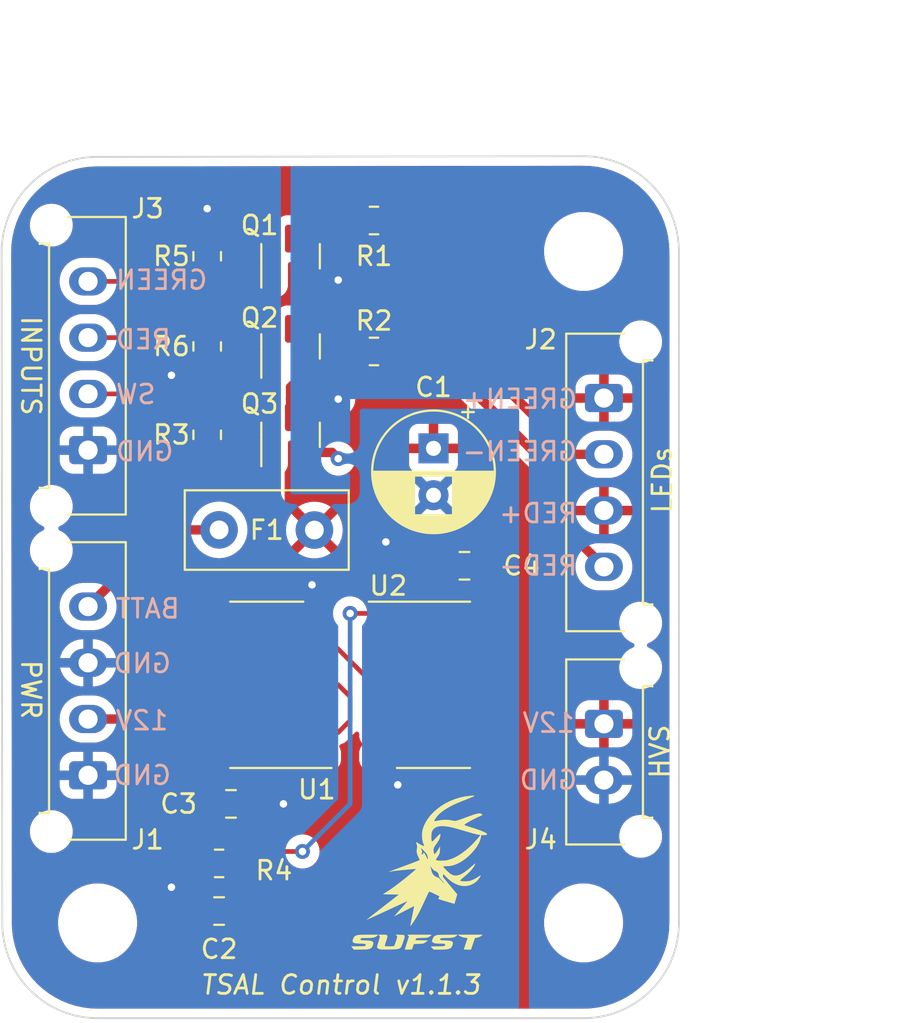
<source format=kicad_pcb>
(kicad_pcb (version 20211014) (generator pcbnew)
  (title_block (title "TSAL Control") (date "2022-12-03") (rev "1.1.3") (company "SUFST") (comment 1 "STAG 9") (comment 2 "Marek Frodyma") (comment 3 "Tim Brewis"))
  (layers (0 "F.Cu" signal) (31 "B.Cu" signal) (34 "B.Paste" user) (35 "F.Paste" user) (36 "B.SilkS" user "B.Silkscreen") (37 "F.SilkS" user "F.Silkscreen") (38 "B.Mask" user) (39 "F.Mask" user) (44 "Edge.Cuts" user))
  (net 0 "")
  (net 1 "+BATT")
  (net 2 "GND")
  (net 3 "Net-(F1-Pad2)")
  (net 4 "+12V")
  (net 5 "Net-(Q1-Pad3)")
  (net 6 "Net-(Q2-Pad3)")
  (net 7 "/NRESET")
  (net 8 "/HVS_RED_ON")
  (net 9 "Net-(C2-Pad1)")
  (net 10 "/HVS_GREEN_ON")
  (net 11 "/SWITCHED_GND")
  (net 12 "/TSAL_ON")
  (net 13 "/GREEN_LED_SWITCHED_GND")
  (net 14 "/RED_LED_SWITCHED_GND")
  (net 15 "Net-(U1-Pad1)")
  (net 16 "Net-(U1-Pad2)")
  (net 17 "Net-(U1-Pad6)")
  (net 18 "Net-(U2-Pad2)")
  (footprint "Resistor_SMD:R_0805_2012Metric_Pad1.20x1.40mm_HandSolder" (layer "F.Cu") (at 97.155 137.795)
    (fp_text reference "R4" (at 2.921 0.381) (layer "F.SilkS"))
    (fp_text value "1K")
    (pad "1" smd roundrect (at -1 0) (size 1.2 1.4) (layers "F.Cu" "F.Paste" "F.Mask") (roundrect_rratio 0.208333) (net 4 "+12V"))
    (pad "2" smd roundrect (at 1 0) (size 1.2 1.4) (layers "F.Cu" "F.Paste" "F.Mask") (roundrect_rratio 0.208333) (net 9 "Net-(C2-Pad1)"))
  )
  (footprint "Connector_Molex:Molex_Micro-Fit_3.0_43650-0415_1x04_P3.00mm_Vertical" (layer "F.Cu") (at 90.17 115.752 90)
    (fp_text reference "J3" (at 12.882 3.175 180) (layer "F.SilkS"))
    (fp_text value "IO")
    (pad "" np_thru_hole circle (at 12 -1.96 90) (size 1.27 1.27) (drill 1.27) (layers *.Cu *.Mask))
    (pad "" np_thru_hole circle (at -3 -1.96 90) (size 1.27 1.27) (drill 1.27) (layers *.Cu *.Mask))
    (pad "1" thru_hole roundrect (at 0 0 90) (size 1.5 2.02) (drill 1.02) (layers *.Cu *.Mask) (roundrect_rratio 0.166667) (net 2 "GND"))
    (pad "2" thru_hole oval (at 3 0 90) (size 1.5 2.02) (drill 1.02) (layers *.Cu *.Mask) (net 7 "/NRESET"))
    (pad "3" thru_hole oval (at 6 0 90) (size 1.5 2.02) (drill 1.02) (layers *.Cu *.Mask) (net 8 "/HVS_RED_ON"))
    (pad "4" thru_hole oval (at 9 0 90) (size 1.5 2.02) (drill 1.02) (layers *.Cu *.Mask) (net 10 "/HVS_GREEN_ON"))
  )
  (footprint "Package_SO:SOIC-14_3.9x8.7mm_P1.27mm" (layer "F.Cu") (at 108.585 128.27)
    (fp_text reference "U2" (at -2.413 -5.28) (layer "F.SilkS"))
    (fp_text value "40106")
    (pad "1" smd roundrect (at -2.475 -3.81) (size 1.95 0.6) (layers "F.Cu" "F.Paste" "F.Mask") (net 9 "Net-(C2-Pad1)"))
    (pad "2" smd roundrect (at -2.475 -2.54) (size 1.95 0.6) (layers "F.Cu" "F.Paste" "F.Mask") (net 18 "Net-(U2-Pad2)"))
    (pad "3" smd roundrect (at -2.475 -1.27) (size 1.95 0.6) (layers "F.Cu" "F.Paste" "F.Mask") (net 18 "Net-(U2-Pad2)"))
    (pad "4" smd roundrect (at -2.475 0) (size 1.95 0.6) (layers "F.Cu" "F.Paste" "F.Mask") (net 17 "Net-(U1-Pad6)"))
    (pad "5" smd roundrect (at -2.475 1.27) (size 1.95 0.6) (layers "F.Cu" "F.Paste" "F.Mask"))
    (pad "6" smd roundrect (at -2.475 2.54) (size 1.95 0.6) (layers "F.Cu" "F.Paste" "F.Mask"))
    (pad "7" smd roundrect (at -2.475 3.81) (size 1.95 0.6) (layers "F.Cu" "F.Paste" "F.Mask") (net 2 "GND"))
    (pad "8" smd roundrect (at 2.475 3.81) (size 1.95 0.6) (layers "F.Cu" "F.Paste" "F.Mask"))
    (pad "9" smd roundrect (at 2.475 2.54) (size 1.95 0.6) (layers "F.Cu" "F.Paste" "F.Mask"))
    (pad "10" smd roundrect (at 2.475 1.27) (size 1.95 0.6) (layers "F.Cu" "F.Paste" "F.Mask"))
    (pad "11" smd roundrect (at 2.475 0) (size 1.95 0.6) (layers "F.Cu" "F.Paste" "F.Mask"))
    (pad "12" smd roundrect (at 2.475 -1.27) (size 1.95 0.6) (layers "F.Cu" "F.Paste" "F.Mask"))
    (pad "13" smd roundrect (at 2.475 -2.54) (size 1.95 0.6) (layers "F.Cu" "F.Paste" "F.Mask"))
    (pad "14" smd roundrect (at 2.475 -3.81) (size 1.95 0.6) (layers "F.Cu" "F.Paste" "F.Mask") (net 1 "+BATT"))
  )
  (footprint "Resistor_SMD:R_0805_2012Metric_Pad1.20x1.40mm_HandSolder" (layer "F.Cu") (at 96.52 105.41 90)
    (fp_text reference "R5" (at 0 -1.905 180) (layer "F.SilkS"))
    (fp_text value "10k")
    (pad "1" smd roundrect (at -1 0 90) (size 1.2 1.4) (layers "F.Cu" "F.Paste" "F.Mask") (roundrect_rratio 0.208333) (net 10 "/HVS_GREEN_ON"))
    (pad "2" smd roundrect (at 1 0 90) (size 1.2 1.4) (layers "F.Cu" "F.Paste" "F.Mask") (roundrect_rratio 0.208333) (net 2 "GND"))
  )
  (footprint "LOGO" (layer "F.Cu") (at 108.204 137.668)
    (fp_text reference "G***" hide)
    (fp_text value "LOGO" hide)
  )
  (footprint "Package_TO_SOT_SMD:SOT-23" (layer "F.Cu") (at 100.965 105.41 90)
    (fp_text reference "Q1" (at 1.651 -1.651 180) (layer "F.SilkS"))
    (fp_text value "FDN359BN" hide)
    (pad "1" smd roundrect (at -0.9375 -0.95 90) (size 1.475 0.6) (layers "F.Cu" "F.Paste" "F.Mask") (net 10 "/HVS_GREEN_ON"))
    (pad "2" smd roundrect (at -0.9375 0.95 90) (size 1.475 0.6) (layers "F.Cu" "F.Paste" "F.Mask") (net 11 "/SWITCHED_GND"))
    (pad "3" smd roundrect (at 0.9375 0 90) (size 1.475 0.6) (layers "F.Cu" "F.Paste" "F.Mask") (net 5 "Net-(Q1-Pad3)"))
  )
  (footprint "Connector_Molex:Molex_Micro-Fit_3.0_43650-0415_1x04_P3.00mm_Vertical" (layer "F.Cu") (at 117.67 112.975 -90)
    (fp_text reference "J2" (at -3.12 3.37 180) (layer "F.SilkS"))
    (fp_text value "LEDs")
    (pad "" np_thru_hole circle (at 12 -1.96 270) (size 1.27 1.27) (drill 1.27) (layers *.Cu *.Mask))
    (pad "" np_thru_hole circle (at -3 -1.96 270) (size 1.27 1.27) (drill 1.27) (layers *.Cu *.Mask))
    (pad "1" thru_hole roundrect (at 0 0 270) (size 1.5 2.02) (drill 1.02) (layers *.Cu *.Mask) (roundrect_rratio 0.166667) (net 1 "+BATT"))
    (pad "2" thru_hole oval (at 3 0 270) (size 1.5 2.02) (drill 1.02) (layers *.Cu *.Mask) (net 13 "/GREEN_LED_SWITCHED_GND"))
    (pad "3" thru_hole oval (at 6 0 270) (size 1.5 2.02) (drill 1.02) (layers *.Cu *.Mask) (net 1 "+BATT"))
    (pad "4" thru_hole oval (at 9 0 270) (size 1.5 2.02) (drill 1.02) (layers *.Cu *.Mask) (net 14 "/RED_LED_SWITCHED_GND"))
  )
  (footprint "MountingHole:MountingHole_3.2mm_M3" (layer "F.Cu") (at 116.586 140.97)
    (fp_text reference "H1" hide)
    (fp_text value "MountingHole")
    (pad "" np_thru_hole circle (at 0 0) (size 3.2 3.2) (drill 3.2) (layers F&B.Cu *.Mask))
  )
  (footprint "Capacitor_SMD:C_0805_2012Metric_Pad1.18x1.45mm_HandSolder" (layer "F.Cu") (at 110.236 121.92 180)
    (fp_text reference "C4" (at -3.048 0) (layer "F.SilkS"))
    (fp_text value "100n")
    (pad "1" smd roundrect (at -1.0375 0 180) (size 1.175 1.45) (layers "F.Cu" "F.Paste" "F.Mask") (roundrect_rratio 0.212766) (net 1 "+BATT"))
    (pad "2" smd roundrect (at 1.0375 0 180) (size 1.175 1.45) (layers "F.Cu" "F.Paste" "F.Mask") (roundrect_rratio 0.212766) (net 2 "GND"))
  )
  (footprint "Package_SO:SOIC-14_3.9x8.7mm_P1.27mm" (layer "F.Cu") (at 99.695 128.27 180)
    (fp_text reference "U1" (at -2.667 -5.588) (layer "F.SilkS"))
    (fp_text value "4001")
    (pad "1" smd roundrect (at -2.475 -3.81 180) (size 1.95 0.6) (layers "F.Cu" "F.Paste" "F.Mask") (net 15 "Net-(U1-Pad1)"))
    (pad "2" smd roundrect (at -2.475 -2.54 180) (size 1.95 0.6) (layers "F.Cu" "F.Paste" "F.Mask") (net 16 "Net-(U1-Pad2)"))
    (pad "3" smd roundrect (at -2.475 -1.27 180) (size 1.95 0.6) (layers "F.Cu" "F.Paste" "F.Mask") (net 12 "/TSAL_ON"))
    (pad "4" smd roundrect (at -2.475 0 180) (size 1.95 0.6) (layers "F.Cu" "F.Paste" "F.Mask") (net 16 "Net-(U1-Pad2)"))
    (pad "5" smd roundrect (at -2.475 1.27 180) (size 1.95 0.6) (layers "F.Cu" "F.Paste" "F.Mask") (net 12 "/TSAL_ON"))
    (pad "6" smd roundrect (at -2.475 2.54 180) (size 1.95 0.6) (layers "F.Cu" "F.Paste" "F.Mask") (net 17 "Net-(U1-Pad6)"))
    (pad "7" smd roundrect (at -2.475 3.81 180) (size 1.95 0.6) (layers "F.Cu" "F.Paste" "F.Mask") (net 2 "GND"))
    (pad "8" smd roundrect (at 2.475 3.81 180) (size 1.95 0.6) (layers "F.Cu" "F.Paste" "F.Mask") (net 4 "+12V"))
    (pad "9" smd roundrect (at 2.475 2.54 180) (size 1.95 0.6) (layers "F.Cu" "F.Paste" "F.Mask") (net 7 "/NRESET"))
    (pad "10" smd roundrect (at 2.475 1.27 180) (size 1.95 0.6) (layers "F.Cu" "F.Paste" "F.Mask") (net 15 "Net-(U1-Pad1)"))
    (pad "11" smd roundrect (at 2.475 0 180) (size 1.95 0.6) (layers "F.Cu" "F.Paste" "F.Mask"))
    (pad "12" smd roundrect (at 2.475 -1.27 180) (size 1.95 0.6) (layers "F.Cu" "F.Paste" "F.Mask"))
    (pad "13" smd roundrect (at 2.475 -2.54 180) (size 1.95 0.6) (layers "F.Cu" "F.Paste" "F.Mask"))
    (pad "14" smd roundrect (at 2.475 -3.81 180) (size 1.95 0.6) (layers "F.Cu" "F.Paste" "F.Mask") (net 1 "+BATT"))
  )
  (footprint "LOGO" (layer "F.Cu") (at 107.696 141.986)
    (fp_text reference "G***" hide)
    (fp_text value "LOGO" hide)
  )
  (footprint "Capacitor_SMD:C_0805_2012Metric_Pad1.18x1.45mm_HandSolder" (layer "F.Cu") (at 97.79 134.62)
    (fp_text reference "C3" (at -2.794 0) (layer "F.SilkS"))
    (fp_text value "100n")
    (pad "1" smd roundrect (at -1.0375 0) (size 1.175 1.45) (layers "F.Cu" "F.Paste" "F.Mask") (roundrect_rratio 0.212766) (net 1 "+BATT"))
    (pad "2" smd roundrect (at 1.0375 0) (size 1.175 1.45) (layers "F.Cu" "F.Paste" "F.Mask") (roundrect_rratio 0.212766) (net 2 "GND"))
  )
  (footprint "Resistor_SMD:R_0805_2012Metric_Pad1.20x1.40mm_HandSolder" (layer "F.Cu") (at 96.52 114.935 -90)
    (fp_text reference "R3" (at 0 1.905 180) (layer "F.SilkS"))
    (fp_text value "10K")
    (pad "1" smd roundrect (at -1 0 270) (size 1.2 1.4) (layers "F.Cu" "F.Paste" "F.Mask") (roundrect_rratio 0.208333) (net 7 "/NRESET"))
    (pad "2" smd roundrect (at 1 0 270) (size 1.2 1.4) (layers "F.Cu" "F.Paste" "F.Mask") (roundrect_rratio 0.208333) (net 1 "+BATT"))
  )
  (footprint "Resistor_SMD:R_0805_2012Metric_Pad1.20x1.40mm_HandSolder" (layer "F.Cu") (at 96.52 110.22 -90)
    (fp_text reference "R6" (at 0 1.905 180) (layer "F.SilkS"))
    (fp_text value "10k")
    (pad "1" smd roundrect (at -1 0 270) (size 1.2 1.4) (layers "F.Cu" "F.Paste" "F.Mask") (roundrect_rratio 0.208333) (net 8 "/HVS_RED_ON"))
    (pad "2" smd roundrect (at 1 0 270) (size 1.2 1.4) (layers "F.Cu" "F.Paste" "F.Mask") (roundrect_rratio 0.208333) (net 2 "GND"))
  )
  (footprint "Resistor_SMD:R_0805_2012Metric_Pad1.20x1.40mm_HandSolder" (layer "F.Cu") (at 105.41 103.505 180)
    (fp_text reference "R1" (at 0 -1.905 180) (layer "F.SilkS"))
    (fp_text value "27")
    (pad "1" smd roundrect (at -1 0 180) (size 1.2 1.4) (layers "F.Cu" "F.Paste" "F.Mask") (roundrect_rratio 0.208333) (net 13 "/GREEN_LED_SWITCHED_GND"))
    (pad "2" smd roundrect (at 1 0 180) (size 1.2 1.4) (layers "F.Cu" "F.Paste" "F.Mask") (roundrect_rratio 0.208333) (net 5 "Net-(Q1-Pad3)"))
  )
  (footprint "Capacitor_SMD:C_0805_2012Metric_Pad1.18x1.45mm_HandSolder" (layer "F.Cu") (at 97.155 140.335 180)
    (fp_text reference "C2" (at 0 -2.032) (layer "F.SilkS"))
    (fp_text value "10n")
    (pad "1" smd roundrect (at -1.0375 0 180) (size 1.175 1.45) (layers "F.Cu" "F.Paste" "F.Mask") (roundrect_rratio 0.212766) (net 9 "Net-(C2-Pad1)"))
    (pad "2" smd roundrect (at 1.0375 0 180) (size 1.175 1.45) (layers "F.Cu" "F.Paste" "F.Mask") (roundrect_rratio 0.212766) (net 2 "GND"))
  )
  (footprint "Capacitor_THT:CP_Radial_D6.3mm_P2.50mm" (layer "F.Cu") (at 108.585 115.65762 -90)
    (fp_text reference "C1" (at -3.26262 0) (layer "F.SilkS"))
    (fp_text value "100u")
    (pad "1" thru_hole rect (at 0 0 270) (size 1.6 1.6) (drill 0.8) (layers *.Cu *.Mask) (net 1 "+BATT"))
    (pad "2" thru_hole circle (at 2.5 0 270) (size 1.6 1.6) (drill 0.8) (layers *.Cu *.Mask) (net 2 "GND"))
  )
  (footprint "Package_TO_SOT_SMD:SOT-23" (layer "F.Cu") (at 100.965 114.935 90)
    (fp_text reference "Q3" (at 1.651 -1.651 180) (layer "F.SilkS"))
    (fp_text value "FDN359BN")
    (pad "1" smd roundrect (at -0.9375 -0.95 90) (size 1.475 0.6) (layers "F.Cu" "F.Paste" "F.Mask") (net 12 "/TSAL_ON"))
    (pad "2" smd roundrect (at -0.9375 0.95 90) (size 1.475 0.6) (layers "F.Cu" "F.Paste" "F.Mask") (net 2 "GND"))
    (pad "3" smd roundrect (at 0.9375 0 90) (size 1.475 0.6) (layers "F.Cu" "F.Paste" "F.Mask") (net 11 "/SWITCHED_GND"))
  )
  (footprint "Resistor_SMD:R_0805_2012Metric_Pad1.20x1.40mm_HandSolder" (layer "F.Cu") (at 105.41 110.49 180)
    (fp_text reference "R2" (at 0 1.635) (layer "F.SilkS"))
    (fp_text value "27")
    (pad "1" smd roundrect (at -1 0 180) (size 1.2 1.4) (layers "F.Cu" "F.Paste" "F.Mask") (roundrect_rratio 0.208333) (net 14 "/RED_LED_SWITCHED_GND"))
    (pad "2" smd roundrect (at 1 0 180) (size 1.2 1.4) (layers "F.Cu" "F.Paste" "F.Mask") (roundrect_rratio 0.208333) (net 6 "Net-(Q2-Pad3)"))
  )
  (footprint "Package_TO_SOT_SMD:SOT-23" (layer "F.Cu") (at 100.965 110.22 90)
    (fp_text reference "Q2" (at 1.524 -1.651 180) (layer "F.SilkS"))
    (fp_text value "FDN359BN" hide)
    (pad "1" smd roundrect (at -0.9375 -0.95 90) (size 1.475 0.6) (layers "F.Cu" "F.Paste" "F.Mask") (net 8 "/HVS_RED_ON"))
    (pad "2" smd roundrect (at -0.9375 0.95 90) (size 1.475 0.6) (layers "F.Cu" "F.Paste" "F.Mask") (net 11 "/SWITCHED_GND"))
    (pad "3" smd roundrect (at 0.9375 0 90) (size 1.475 0.6) (layers "F.Cu" "F.Paste" "F.Mask") (net 6 "Net-(Q2-Pad3)"))
  )
  (footprint "MountingHole:MountingHole_3.2mm_M3" (layer "F.Cu") (at 116.586 105.156)
    (fp_text reference "H2" hide)
    (fp_text value "MountingHole")
    (pad "" np_thru_hole circle (at 0 0) (size 3.2 3.2) (drill 3.2) (layers *.Cu *.Mask))
  )
  (footprint "Connector_Molex:Molex_Micro-Fit_3.0_43650-0215_1x02_P3.00mm_Vertical" (layer "F.Cu") (at 117.67 130.35 -90)
    (fp_text reference "J4" (at 6.175 3.37 180) (layer "F.SilkS"))
    (fp_text value "HVS")
    (pad "" np_thru_hole circle (at 6 -1.96 270) (size 1.27 1.27) (drill 1.27) (layers *.Cu *.Mask))
    (pad "" np_thru_hole circle (at -3 -1.96 270) (size 1.27 1.27) (drill 1.27) (layers *.Cu *.Mask))
    (pad "1" thru_hole roundrect (at 0 0 270) (size 1.5 2.02) (drill 1.02) (layers *.Cu *.Mask) (roundrect_rratio 0.166667) (net 1 "+BATT"))
    (pad "2" thru_hole oval (at 3 0 270) (size 1.5 2.02) (drill 1.02) (layers *.Cu *.Mask) (net 11 "/SWITCHED_GND"))
  )
  (footprint "MountingHole:MountingHole_3.2mm_M3" (layer "F.Cu") (at 90.678 140.97)
    (fp_text reference "H3" hide)
    (fp_text value "MountingHole")
    (pad "" np_thru_hole circle (at 0 0) (size 3.2 3.2) (drill 3.2) (layers *.Cu *.Mask))
  )
  (footprint "Fuse:Fuse_Littelfuse_395Series" (layer "F.Cu") (at 102.235 120.015 180)
    (fp_text reference "F1" (at 2.54 0) (layer "F.SilkS"))
    (fp_text value "1A")
    (pad "1" thru_hole circle (at 0 0 180) (size 2 2) (drill 1) (layers *.Cu *.Mask) (net 1 "+BATT"))
    (pad "2" thru_hole circle (at 5.08 0.01 180) (size 2 2) (drill 1) (layers *.Cu *.Mask) (net 3 "Net-(F1-Pad2)"))
  )
  (footprint "Connector_Molex:Molex_Micro-Fit_3.0_43650-0415_1x04_P3.00mm_Vertical" (layer "F.Cu") (at 90.17 133.096 90)
    (fp_text reference "J1" (at -3.435 3.175 180) (layer "F.SilkS"))
    (fp_text value "PWR")
    (pad "" np_thru_hole circle (at 12 -1.96 90) (size 1.27 1.27) (drill 1.27) (layers *.Cu *.Mask))
    (pad "" np_thru_hole circle (at -3 -1.96 90) (size 1.27 1.27) (drill 1.27) (layers *.Cu *.Mask))
    (pad "1" thru_hole roundrect (at 0 0 90) (size 1.5 2.02) (drill 1.02) (layers *.Cu *.Mask) (roundrect_rratio 0.166667) (net 2 "GND"))
    (pad "2" thru_hole oval (at 3 0 90) (size 1.5 2.02) (drill 1.02) (layers *.Cu *.Mask) (net 4 "+12V"))
    (pad "3" thru_hole oval (at 6 0 90) (size 1.5 2.02) (drill 1.02) (layers *.Cu *.Mask) (net 2 "GND"))
    (pad "4" thru_hole oval (at 9 0 90) (size 1.5 2.02) (drill 1.02) (layers *.Cu *.Mask) (net 3 "Net-(F1-Pad2)"))
  )
  (gr_arc (start 116.586 100.076) (mid 120.178102 101.563898) (end 121.666 105.156) (layer "Edge.Cuts") (width 0.1))
  (gr_arc (start 90.677996 146.05) (mid 87.085894 144.562102) (end 85.597996 140.97) (layer "Edge.Cuts") (width 0.1))
  (gr_line (start 116.586 146.050004) (end 90.677996 146.05) (layer "Edge.Cuts") (width 0.1))
  (gr_arc (start 85.561894 105.192102) (mid 87.049792 101.6) (end 90.641894 100.112102) (layer "Edge.Cuts") (width 0.1))
  (gr_line (start 121.666 105.156) (end 121.666 140.970004) (layer "Edge.Cuts") (width 0.1))
  (gr_arc (start 121.666 140.970004) (mid 120.178102 144.562106) (end 116.586 146.050004) (layer "Edge.Cuts") (width 0.1))
  (gr_line (start 85.597996 140.97) (end 85.561894 105.192102) (layer "Edge.Cuts") (width 0.1))
  (gr_line (start 90.641894 100.112102) (end 116.586 100.076) (layer "Edge.Cuts") (width 0.1))
  (gr_text "GREEN" (at 91.567 106.68) (layer "B.SilkS") (effects (font (size 1 1)) (justify right mirror)))
  (gr_text "12V" (at 116.205 130.302) (layer "B.SilkS") (effects (font (size 1 1)) (justify left mirror)))
  (gr_text "GREEN+" (at 116.332 113.03) (layer "B.SilkS") (effects (font (size 1 1)) (justify left mirror)))
  (gr_text "SW" (at 91.567 112.776) (layer "B.SilkS") (effects (font (size 1 1)) (justify right mirror)))
  (gr_text "GND" (at 91.44 127.127) (layer "B.SilkS") (effects (font (size 1 1)) (justify right mirror)))
  (gr_text "RED+" (at 116.332 119.126) (layer "B.SilkS") (effects (font (size 1 1)) (justify left mirror)))
  (gr_text "RED" (at 91.567 109.855) (layer "B.SilkS") (effects (font (size 1 1)) (justify right mirror)))
  (gr_text "BATT" (at 91.567 124.206) (layer "B.SilkS") (effects (font (size 1 1)) (justify right mirror)))
  (gr_text "GND" (at 91.567 115.824) (layer "B.SilkS") (effects (font (size 1 1)) (justify right mirror)))
  (gr_text "RED-" (at 116.332 121.92) (layer "B.SilkS") (effects (font (size 1 1)) (justify left mirror)))
  (gr_text "GREEN-" (at 116.332 115.824) (layer "B.SilkS") (effects (font (size 1 1)) (justify left mirror)))
  (gr_text "12V" (at 91.567 130.175) (layer "B.SilkS") (effects (font (size 1 1)) (justify right mirror)))
  (gr_text "GND" (at 116.332 133.35) (layer "B.SilkS") (effects (font (size 1 1)) (justify left mirror)))
  (gr_text "GND" (at 91.44 133.096) (layer "B.SilkS") (effects (font (size 1 1)) (justify right mirror)))
  (gr_text "TSAL Control v1.1.3\n" (at 103.632 144.272) (layer "F.SilkS") (effects (font (size 1 1) (thickness 0.15) italic)))
  (gr_text "PWR" (at 87.122 128.524 270) (layer "F.SilkS") (effects (font (size 1 1))))
  (gr_text "INPUTS" (at 87.122 111.252 270) (layer "F.SilkS") (effects (font (size 1 1))))
  (gr_text "LEDs" (at 120.777 117.348 90) (layer "F.SilkS") (effects (font (size 1 1))))
  (gr_text "HVS" (at 120.65 131.826 90) (layer "F.SilkS") (effects (font (size 1 1))))
  (segment (start 111.2735 121.92) (end 111.2735 124.2465) (width 0.5) (layer "F.Cu") (net 1))
  (segment (start 96.7525 134.62) (end 96.7525 132.5475) (width 0.5) (layer "F.Cu") (net 1))
  (segment (start 111.2735 124.2465) (end 111.06 124.46) (width 0.5) (layer "F.Cu") (net 1))
  (segment (start 96.7525 132.5475) (end 97.22 132.08) (width 0.5) (layer "F.Cu") (net 1))
  (segment (start 103.1725 115.8725) (end 103.505 116.205) (width 0.5) (layer "F.Cu") (net 2))
  (segment (start 106.11 133.034) (end 106.68 133.604) (width 0.5) (layer "F.Cu") (net 2))
  (segment (start 106.09262 120.65) (end 108.585 118.15762) (width 0.5) (layer "F.Cu") (net 2))
  (segment (start 106.045 120.65) (end 107.9285 120.65) (width 0.5) (layer "F.Cu") (net 2))
  (segment (start 106.045 120.65) (end 106.09262 120.65) (width 0.5) (layer "F.Cu") (net 2))
  (segment (start 100.584 134.62) (end 98.8275 134.62) (width 0.5) (layer "F.Cu") (net 2))
  (segment (start 94.615 111.76) (end 95.98 111.76) (width 0.5) (layer "F.Cu") (net 2))
  (segment (start 95.885 140.335) (end 94.615 139.065) (width 0.5) (layer "F.Cu") (net 2))
  (segment (start 95.98 111.76) (end 96.52 111.22) (width 0.5) (layer "F.Cu") (net 2))
  (segment (start 106.11 132.08) (end 106.11 133.034) (width 0.5) (layer "F.Cu") (net 2))
  (segment (start 102.17 122.998) (end 102.108 122.936) (width 0.5) (layer "F.Cu") (net 2))
  (segment (start 96.1175 139.7) (end 95.885 139.7) (width 0.5) (layer "F.Cu") (net 2))
  (segment (start 101.915 115.8725) (end 103.1725 115.8725) (width 0.5) (layer "F.Cu") (net 2))
  (segment (start 107.9285 120.65) (end 109.1985 121.92) (width 0.5) (layer "F.Cu") (net 2))
  (segment (start 102.17 124.46) (end 102.17 122.998) (width 0.5) (layer "F.Cu") (net 2))
  (segment (start 96.52 102.87) (end 96.52 104.41) (width 0.5) (layer "F.Cu") (net 2))
  (via (at 100.584 134.62) (size 0.8) (drill 0.4) (layers "F.Cu" "B.Cu") (net 2))
  (via (at 96.52 102.87) (size 0.8) (drill 0.4) (layers "F.Cu" "B.Cu") (net 2))
  (via (at 102.108 122.936) (size 0.8) (drill 0.4) (layers "F.Cu" "B.Cu") (net 2))
  (via (at 106.68 133.604) (size 0.8) (drill 0.4) (layers "F.Cu" "B.Cu") (net 2))
  (via (at 106.045 120.65) (size 0.8) (drill 0.4) (layers "F.Cu" "B.Cu") (net 2))
  (via (at 103.505 116.205) (size 0.8) (drill 0.4) (layers "F.Cu" "B.Cu") (net 2))
  (via (at 94.615 139.065) (size 0.8) (drill 0.4) (layers "F.Cu" "B.Cu") (net 2))
  (via (at 94.615 111.76) (size 0.8) (drill 0.4) (layers "F.Cu" "B.Cu") (net 2))
  (segment (start 97.155 120.005) (end 94.261 120.005) (width 0.5) (layer "F.Cu") (net 3))
  (segment (start 94.261 120.005) (end 90.17 124.096) (width 0.5) (layer "F.Cu") (net 3))
  (segment (start 93.472 125.984) (end 93.472 130.048) (width 0.5) (layer "F.Cu") (net 4))
  (segment (start 90.17 130.096) (end 93.424 130.096) (width 0.5) (layer "F.Cu") (net 4))
  (segment (start 95.885 137.795) (end 96.155 137.795) (width 0.5) (layer "F.Cu") (net 4))
  (segment (start 97.22 124.46) (end 94.996 124.46) (width 0.5) (layer "F.Cu") (net 4))
  (segment (start 93.472 135.112) (end 96.155 137.795) (width 0.5) (layer "F.Cu") (net 4))
  (segment (start 93.424 130.096) (end 93.472 130.048) (width 0.5) (layer "F.Cu") (net 4))
  (segment (start 93.472 130.048) (end 93.472 135.112) (width 0.5) (layer "F.Cu") (net 4))
  (segment (start 94.996 124.46) (end 93.472 125.984) (width 0.5) (layer "F.Cu") (net 4))
  (segment (start 100.965 104.4725) (end 103.4425 104.4725) (width 0.5) (layer "F.Cu") (net 5))
  (segment (start 103.4425 104.4725) (end 104.41 103.505) (width 0.5) (layer "F.Cu") (net 5))
  (segment (start 100.965 109.2825) (end 103.2025 109.2825) (width 0.5) (layer "F.Cu") (net 6))
  (segment (start 103.2025 109.2825) (end 104.41 110.49) (width 0.5) (layer "F.Cu") (net 6))
  (segment (start 96.52 113.935) (end 95.337 112.752) (width 0.25) (layer "F.Cu") (net 7))
  (segment (start 99.06 125.095) (end 98.425 125.73) (width 0.25) (layer "F.Cu") (net 7))
  (segment (start 98.425 125.73) (end 97.22 125.73) (width 0.25) (layer "F.Cu") (net 7))
  (segment (start 99.06 116.475) (end 99.06 125.095) (width 0.25) (layer "F.Cu") (net 7))
  (segment (start 95.337 112.752) (end 90.17 112.752) (width 0.25) (layer "F.Cu") (net 7))
  (segment (start 96.52 113.935) (end 99.06 116.475) (width 0.25) (layer "F.Cu") (net 7))
  (segment (start 98.0775 109.22) (end 96.52 109.22) (width 0.25) (layer "F.Cu") (net 8))
  (segment (start 96.52 109.22) (end 95.988 109.752) (width 0.25) (layer "F.Cu") (net 8))
  (segment (start 95.988 109.752) (end 90.17 109.752) (width 0.25) (layer "F.Cu") (net 8))
  (segment (start 100.015 111.1575) (end 98.0775 109.22) (width 0.25) (layer "F.Cu") (net 8))
  (segment (start 98.155 137.795) (end 98.79 137.16) (width 0.25) (layer "F.Cu") (net 9))
  (segment (start 98.79 137.16) (end 101.6 137.16) (width 0.25) (layer "F.Cu") (net 9))
  (segment (start 104.14 124.46) (end 106.11 124.46) (width 0.25) (layer "F.Cu") (net 9))
  (segment (start 98.1925 140.335) (end 98.1925 137.8325) (width 0.25) (layer "F.Cu") (net 9))
  (via (at 104.14 124.46) (size 0.8) (drill 0.4) (layers "F.Cu" "B.Cu") (net 9))
  (via (at 101.6 137.16) (size 0.8) (drill 0.4) (layers "F.Cu" "B.Cu") (net 9))
  (segment (start 101.6 137.16) (end 104.14 134.62) (width 0.25) (layer "B.Cu") (net 9))
  (segment (start 104.14 134.62) (end 104.14 124.46) (width 0.25) (layer "B.Cu") (net 9))
  (segment (start 90.17 106.752) (end 96.178 106.752) (width 0.25) (layer "F.Cu") (net 10))
  (segment (start 96.178 106.752) (end 96.52 106.41) (width 0.25) (layer "F.Cu") (net 10))
  (segment (start 96.52 106.41) (end 99.9525 106.41) (width 0.25) (layer "F.Cu") (net 10))
  (segment (start 99.9525 106.41) (end 100.015 106.3475) (width 0.25) (layer "F.Cu") (net 10))
  (segment (start 100.965 113.03) (end 100.965 113.9975) (width 0.5) (layer "F.Cu") (net 11))
  (segment (start 101.915 111.1575) (end 101.915 111.445) (width 0.5) (layer "F.Cu") (net 11))
  (segment (start 101.915 106.3475) (end 103.1725 106.3475) (width 0.5) (layer "F.Cu") (net 11))
  (segment (start 101.915 111.445) (end 100.965 112.395) (width 0.5) (layer "F.Cu") (net 11))
  (segment (start 100.965 112.395) (end 100.965 113.03) (width 0.5) (layer "F.Cu") (net 11))
  (segment (start 103.505 113.03) (end 100.965 113.03) (width 0.5) (layer "F.Cu") (net 11))
  (segment (start 103.1725 106.3475) (end 103.505 106.68) (width 0.5) (layer "F.Cu") (net 11))
  (via (at 103.505 106.68) (size 0.8) (drill 0.4) (layers "F.Cu" "B.Cu") (net 11))
  (via (at 103.505 113.03) (size 0.8) (drill 0.4) (layers "F.Cu" "B.Cu") (net 11))
  (segment (start 102.17 129.54) (end 100.965 129.54) (width 0.25) (layer "F.Cu") (net 12))
  (segment (start 100.015 128.59) (end 100.015 126.05) (width 0.25) (layer "F.Cu") (net 12))
  (segment (start 100.015 126.05) (end 100.015 115.8725) (width 0.25) (layer "F.Cu") (net 12))
  (segment (start 100.965 129.54) (end 100.015 128.59) (width 0.25) (layer "F.Cu") (net 12))
  (segment (start 100.965 127) (end 100.015 126.05) (width 0.25) (layer "F.Cu") (net 12))
  (segment (start 102.17 127) (end 100.965 127) (width 0.25) (layer "F.Cu") (net 12))
  (segment (start 115.975 115.975) (end 106.41 106.41) (width 0.5) (layer "F.Cu") (net 13))
  (segment (start 106.41 106.41) (end 106.41 103.505) (width 0.5) (layer "F.Cu") (net 13))
  (segment (start 117.67 115.975) (end 115.975 115.975) (width 0.5) (layer "F.Cu") (net 13))
  (segment (start 108.585 110.49) (end 114.935 116.84) (width 0.5) (layer "F.Cu") (net 14))
  (segment (start 114.935 119.24) (end 117.67 121.975) (width 0.5) (layer "F.Cu") (net 14))
  (segment (start 114.935 116.84) (end 114.935 119.24) (width 0.5) (layer "F.Cu") (net 14))
  (segment (start 106.41 110.49) (end 108.585 110.49) (width 0.5) (layer "F.Cu") (net 14))
  (segment (start 97.22 127) (end 98.425 127) (width 0.25) (layer "F.Cu") (net 15))
  (segment (start 99.06 130.175) (end 100.965 132.08) (width 0.25) (layer "F.Cu") (net 15))
  (segment (start 99.06 127.635) (end 99.06 130.175) (width 0.25) (layer "F.Cu") (net 15))
  (segment (start 98.425 127) (end 99.06 127.635) (width 0.25) (layer "F.Cu") (net 15))
  (segment (start 100.965 132.08) (end 102.17 132.08) (width 0.25) (layer "F.Cu") (net 15))
  (segment (start 103.505 128.27) (end 104.14 128.905) (width 0.25) (layer "F.Cu") (net 16))
  (segment (start 103.505 130.81) (end 102.17 130.81) (width 0.25) (layer "F.Cu") (net 16))
  (segment (start 102.17 128.27) (end 103.505 128.27) (width 0.25) (layer "F.Cu") (net 16))
  (segment (start 104.14 128.905) (end 104.14 130.175) (width 0.25) (layer "F.Cu") (net 16))
  (segment (start 104.14 130.175) (end 103.505 130.81) (width 0.25) (layer "F.Cu") (net 16))
  (segment (start 106.11 128.27) (end 105.41 128.27) (width 0.25) (layer "F.Cu") (net 17))
  (segment (start 102.87 125.73) (end 102.17 125.73) (width 0.25) (layer "F.Cu") (net 17))
  (segment (start 105.41 128.27) (end 102.87 125.73) (width 0.25) (layer "F.Cu") (net 17))
  (segment (start 106.11 127) (end 106.11 125.73) (width 0.25) (layer "F.Cu") (net 18))
  (zone (net 1) (net_name "+BATT") (layer "F.Cu") (connect_pads (clearance 0.508)) (min_thickness 0.254) (fill yes (thermal_gap 0.508) (thermal_bridge_width 0.508))
    (polygon (pts (xy 121.92 146.304) (xy 85.598 146.05) (xy 85.598 100.076) (xy 121.666 99.822)))
  )
  (zone (net 11) (net_name "/SWITCHED_GND") (layer "B.Cu") (priority 1) (connect_pads (clearance 0.508)) (min_thickness 0.254) (fill yes (thermal_gap 0.508) (thermal_bridge_width 0.508))
    (polygon (pts (xy 121.92 113.03) (xy 100.965 113.03) (xy 100.965 99.695) (xy 121.92 99.695)))
  )
  (zone (net 11) (net_name "/SWITCHED_GND") (layer "B.Cu") (priority 1) (connect_pads (clearance 0.508)) (min_thickness 0.254) (fill yes (thermal_gap 0.508) (thermal_bridge_width 0.508))
    (polygon (pts (xy 121.92 146.05) (xy 113.665 146.05) (xy 113.665 105.41) (xy 121.92 105.41)))
  )
  (zone (net 11) (net_name "/SWITCHED_GND") (layer "B.Cu") (priority 1) (connect_pads (clearance 0.508)) (min_thickness 0.254) (fill yes (thermal_gap 0.508) (thermal_bridge_width 0.508))
    (polygon (pts (xy 104.14 118.11) (xy 100.965 118.11) (xy 100.965 105.41) (xy 104.14 105.41)))
  )
  (zone (net 2) (net_name "GND") (layer "B.Cu") (connect_pads (clearance 0.508)) (min_thickness 0.254) (fill yes (thermal_gap 0.508) (thermal_bridge_width 0.508))
    (polygon (pts (xy 121.92 146.304) (xy 85.598 146.05) (xy 85.598 100.076) (xy 121.666 99.822)))
  )
)
</source>
